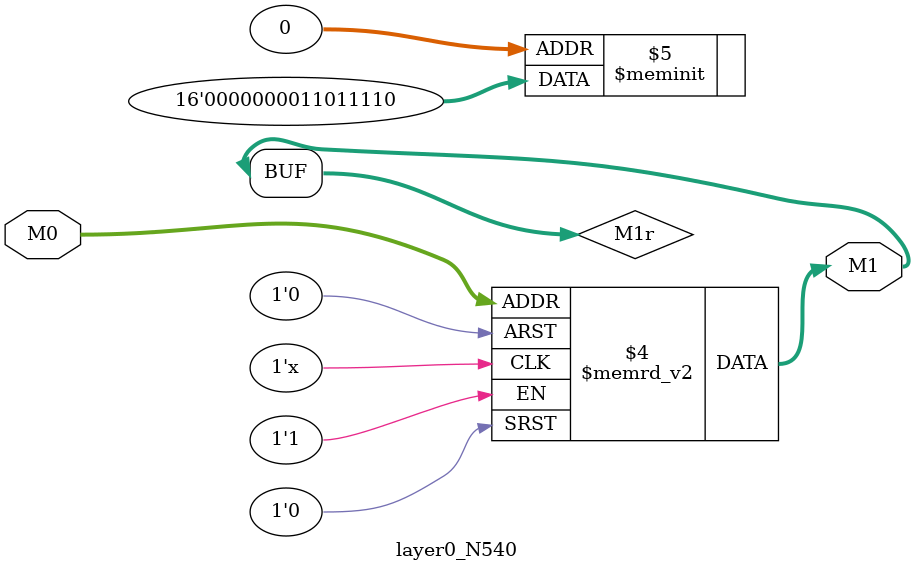
<source format=v>
module layer0_N540 ( input [2:0] M0, output [1:0] M1 );

	(*rom_style = "distributed" *) reg [1:0] M1r;
	assign M1 = M1r;
	always @ (M0) begin
		case (M0)
			3'b000: M1r = 2'b10;
			3'b100: M1r = 2'b00;
			3'b010: M1r = 2'b01;
			3'b110: M1r = 2'b00;
			3'b001: M1r = 2'b11;
			3'b101: M1r = 2'b00;
			3'b011: M1r = 2'b11;
			3'b111: M1r = 2'b00;

		endcase
	end
endmodule

</source>
